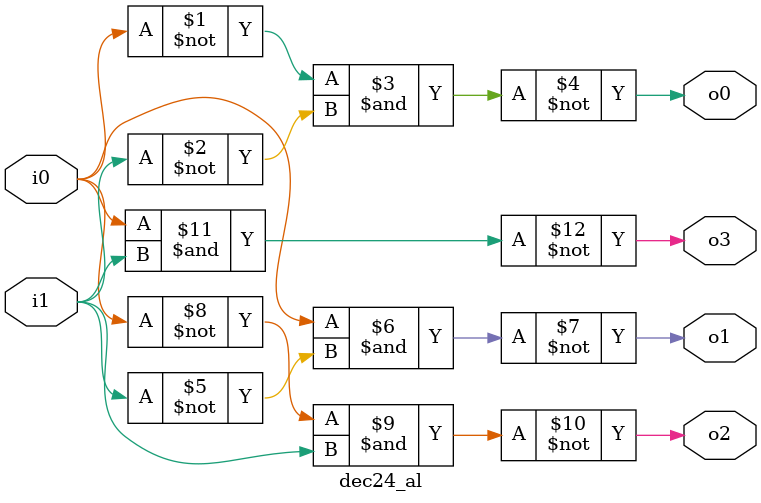
<source format=v>
module dec24_al(i0,i1,o0,o1,o2,o3); // Active Low
input i0,i1;
output o0,o1,o2,o3;

assign o0= ~((~i0)&(~i1));
assign o1= ~((i0)&(~i1));
assign o2= ~((~i0)&(i1));
assign o3= ~((i0)&(i1));

endmodule
</source>
